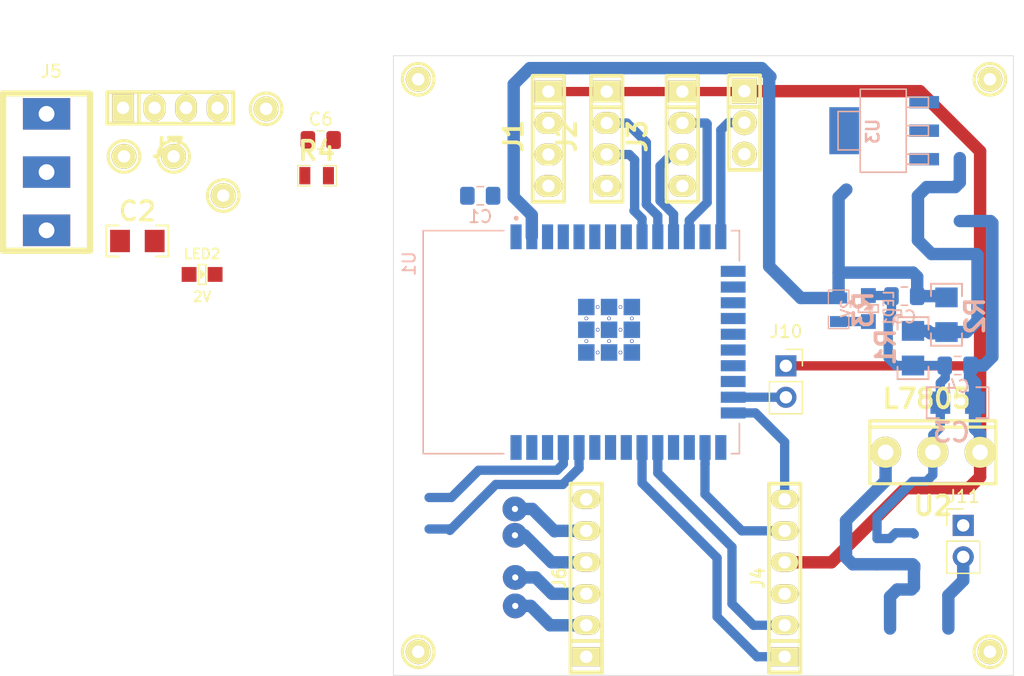
<source format=kicad_pcb>
(kicad_pcb (version 20211014) (generator pcbnew)
  (layers (0 "F.Cu" signal) (31 "B.Cu" signal) (34 "B.Paste" user) (35 "F.Paste" user) (36 "B.SilkS" user "B.Silkscreen") (37 "F.SilkS" user "F.Silkscreen") (38 "B.Mask" user) (39 "F.Mask" user) (44 "Edge.Cuts" user))
  (net 0 "")
  (net 1 "GND")
  (net 2 "+5V")
  (net 3 "/OUT1")
  (net 4 "/OUT2")
  (net 5 "/OUT3")
  (net 6 "/OUT4")
  (net 7 "Net-(U1-Pad3)")
  (net 8 "/Echo")
  (net 9 "/Trig2")
  (net 10 "/Echo2")
  (net 11 "/Trig3")
  (net 12 "/Echo3")
  (net 15 "Net-(LED1-Pad1)")
  (net 16 "/IN1")
  (net 17 "/IN2")
  (net 18 "/IN3")
  (net 19 "+7.5V")
  (net 20 "/OUT_IR1")
  (net 21 "+3V3")
  (net 25 "Net-(R1-Pad1)")
  (net 26 "/Trig1")
  (net 34 "/BOTON")
  (net 36 "/IN4")
  (net 43 "/TX")
  (net 44 "/RX")
  (net 47 "/VBAT")
  (net 48 "Net-(LED2-Pad1)")
  (footprint "EESTN5:R_0805" (layer "F.Cu") (at 133.80853 84.68003)
    (fp_text reference "R4" (at 0 -2) (layer "F.SilkS") (effects (font (size 1.5 1.5) (thickness 0.3))))
    (fp_text value "470" hide)
    (fp_line (start 1.5875 0.8255) (end 0.508 0.8255) (layer "F.SilkS") (width 0.09906))
    (fp_line (start 1.5875 -0.8255) (end 1.5875 0.8255) (layer "F.SilkS") (width 0.09906))
    (fp_line (start -1.524 -0.8255) (end -0.508 -0.8255) (layer "F.SilkS") (width 0.09906))
    (fp_line (start -0.508 0.8255) (end -1.524 0.8255) (layer "F.SilkS") (width 0.09906))
    (fp_line (start -1.524 0.8255) (end -1.524 -0.8255) (layer "F.SilkS") (width 0.09906))
    (fp_line (start 0.508 -0.8255) (end 1.5875 -0.8255) (layer "F.SilkS") (width 0.09906))
    (pad "1" smd rect locked (at -0.9525 0) (size 0.889 1.397) (layers "F.Cu" "F.Paste" "F.Mask") (net 48 "Net-(LED2-Pad1)"))
    (pad "2" smd rect locked (at 0.9525 0) (size 0.889 1.397) (layers "F.Cu" "F.Paste" "F.Mask") (net 2 "+5V"))
  )
  (footprint "EESTN5:SW_SPDT_TH_Vertical" (layer "F.Cu") (at 112.029 84.389)
    (fp_text reference "J5" (at 0.381 -8.128 180) (layer "F.SilkS"))
    (fp_text value "SWITCH" hide)
    (fp_line (start 3.5 -6.35) (end -3.5 -6.35) (layer "F.SilkS") (width 0.5))
    (fp_line (start -3.5 -6.35) (end -3.5 6.35) (layer "F.SilkS") (width 0.5))
    (fp_line (start -3.5 6.35) (end 3.5 6.35) (layer "F.SilkS") (width 0.508))
    (fp_line (start 3.5 -6.35) (end 3.5 6.35) (layer "F.SilkS") (width 0.508))
    (pad "1" thru_hole rect locked (at 0 -4.7) (size 3.81 2.54) (drill 1.27) (layers *.Cu *.Mask) (net 47 "/VBAT"))
    (pad "2" thru_hole rect locked (at 0 0) (size 3.81 2.54) (drill 1.27) (layers *.Cu *.Mask) (net 19 "+7.5V"))
    (pad "3" thru_hole rect locked (at 0 4.7) (size 3.81 2.54) (drill 1.27) (layers *.Cu *.Mask) (net 19 "+7.5V"))
  )
  (footprint "Connector_PinHeader_2.54mm:PinHeader_1x02_P2.54mm_Vertical" (layer "F.Cu") (at 185.95 112.9)
    (fp_text reference "J11" (at 0 -2.33) (layer "F.SilkS"))
    (fp_text value "Alimentacion")
    (fp_line (start -1.33 3.87) (end 1.33 3.87) (layer "F.SilkS") (width 0.12))
    (fp_line (start -1.33 0) (end -1.33 -1.33) (layer "F.SilkS") (width 0.12))
    (fp_line (start -1.33 1.27) (end -1.33 3.87) (layer "F.SilkS") (width 0.12))
    (fp_line (start 1.33 1.27) (end 1.33 3.87) (layer "F.SilkS") (width 0.12))
    (fp_line (start -1.33 1.27) (end 1.33 1.27) (layer "F.SilkS") (width 0.12))
    (fp_line (start -1.33 -1.33) (end 0 -1.33) (layer "F.SilkS") (width 0.12))
    (pad "1" thru_hole rect (at 0 0) (size 1.7 1.7) (drill 1) (layers *.Cu *.Mask) (net 1 "GND"))
    (pad "2" thru_hole oval (at 0 2.54) (size 1.7 1.7) (drill 1) (layers *.Cu *.Mask) (net 47 "/VBAT"))
  )
  (footprint "EESTN5:pad_2mm" (layer "F.Cu") (at 188.1 123.1)
    (fp_text reference "H3" hide)
    (fp_text value "Mounting_Hole" hide)
    (fp_circle (center 0 0) (end 1.27 -0.127) (layer "F.SilkS") (width 0.254) (fill none))
    (pad "1" thru_hole circle locked (at 0 0) (size 1.99898 1.99898) (drill 1.00076) (layers *.Cu *.Mask "F.SilkS"))
  )
  (footprint "EESTN5:Pin_Strip_3" (layer "F.Cu") (at 168.3 80.4 -90)
    (fp_text reference "J9" hide)
    (fp_text value "KY_032" hide)
    (fp_line (start -1.27 -1.27) (end -1.27 1.27) (layer "F.SilkS") (width 0.3048))
    (fp_line (start -3.81 -1.27) (end -3.81 1.27) (layer "F.SilkS") (width 0.3048))
    (fp_line (start 3.81 -1.27) (end 3.81 1.27) (layer "F.SilkS") (width 0.3048))
    (fp_line (start -3.81 -1.27) (end 3.81 -1.27) (layer "F.SilkS") (width 0.3048))
    (fp_line (start 3.81 1.27) (end -3.81 1.27) (layer "F.SilkS") (width 0.3048))
    (pad "1" thru_hole rect locked (at -2.54 0 270) (size 2 2) (drill 1) (layers *.Cu *.Mask "F.SilkS") (net 2 "+5V"))
    (pad "2" thru_hole oval locked (at 0 0 270) (size 2 2) (drill 1) (layers *.Cu *.Mask "F.SilkS") (net 20 "/OUT_IR1"))
    (pad "3" thru_hole oval locked (at 2.54 0 270) (size 2 2) (drill 1) (layers *.Cu *.Mask "F.SilkS") (net 1 "GND"))
  )
  (footprint "EESTN5:pad_1_5mm" (layer "F.Cu") (at 122.275 83.125)
    (fp_text reference "J8" hide)
    (fp_text value "Cable_PAD" hide)
    (fp_circle (center 0 0) (end 1.27 -0.127) (layer "F.SilkS") (width 0.254) (fill none))
    (pad "1" thru_hole circle locked (at 0 0) (size 1.99898 1.99898) (drill 1.00076) (layers *.Cu *.Mask "F.SilkS") (net 3 "/OUT1"))
  )
  (footprint "EESTN5:pad_1_5mm" (layer "F.Cu") (at 129.735 79.285)
    (fp_text reference "J12" hide)
    (fp_text value "Cable_PAD" hide)
    (fp_circle (center 0 0) (end 1.27 -0.127) (layer "F.SilkS") (width 0.254) (fill none))
    (pad "1" thru_hole circle locked (at 0 0) (size 1.99898 1.99898) (drill 1.00076) (layers *.Cu *.Mask "F.SilkS") (net 4 "/OUT2"))
  )
  (footprint "EESTN5:pad_1_5mm" (layer "F.Cu") (at 118.275 83.125)
    (fp_text reference "J13" hide)
    (fp_text value "Cable_PAD" hide)
    (fp_circle (center 0 0) (end 1.27 -0.127) (layer "F.SilkS") (width 0.254) (fill none))
    (pad "1" thru_hole circle locked (at 0 0) (size 1.99898 1.99898) (drill 1.00076) (layers *.Cu *.Mask "F.SilkS") (net 5 "/OUT3"))
  )
  (footprint "EESTN5:pad_2mm" (layer "F.Cu") (at 188.1 76.9)
    (fp_text reference "H4" hide)
    (fp_text value "Mounting_Hole" hide)
    (fp_circle (center 0 0) (end 1.27 -0.127) (layer "F.SilkS") (width 0.254) (fill none))
    (pad "1" thru_hole circle locked (at 0 0) (size 1.99898 1.99898) (drill 1.00076) (layers *.Cu *.Mask "F.SilkS"))
  )
  (footprint "EESTN5:Pin_Header_6" (layer "F.Cu") (at 155.55 117.15 90)
    (fp_text reference "J6" (at 0 -2.159 90) (layer "F.SilkS") (effects (font (size 1.016 1.016) (thickness 0.2032))))
    (fp_text value "Output of Drv8833" hide)
    (fp_line (start -7.62 1.27) (end -7.62 -1.27) (layer "F.SilkS") (width 0.3048))
    (fp_line (start -5.08 -1.27) (end -5.08 1.27) (layer "F.SilkS") (width 0.3048))
    (fp_line (start 7.62 -1.27) (end 7.62 1.27) (layer "F.SilkS") (width 0.3048))
    (fp_line (start 7.62 1.27) (end -7.62 1.27) (layer "F.SilkS") (width 0.3048))
    (fp_line (start -7.62 -1.27) (end 7.62 -1.27) (layer "F.SilkS") (width 0.3048))
    (pad "1" thru_hole rect locked (at -6.35 0 90) (size 1.524 2.19964) (drill 1.00076) (layers *.Cu *.Mask "F.SilkS"))
    (pad "2" thru_hole oval locked (at -3.81 0 90) (size 1.524 2.19964) (drill 1.00076) (layers *.Cu *.Mask "F.SilkS") (net 3 "/OUT1"))
    (pad "3" thru_hole oval locked (at -1.27 0 90) (size 1.524 2.19964) (drill 1.00076) (layers *.Cu *.Mask "F.SilkS") (net 4 "/OUT2"))
    (pad "4" thru_hole oval locked (at 1.27 0 90) (size 1.524 2.19964) (drill 1.00076) (layers *.Cu *.Mask "F.SilkS") (net 5 "/OUT3"))
    (pad "5" thru_hole oval locked (at 3.81 0 90) (size 1.524 2.19964) (drill 1.00076) (layers *.Cu *.Mask "F.SilkS") (net 6 "/OUT4"))
    (pad "6" thru_hole oval locked (at 6.35 0 90) (size 1.524 2.19964) (drill 1.00076) (layers *.Cu *.Mask "F.SilkS"))
  )
  (footprint "EESTN5:pin_strip_4" (layer "F.Cu") (at 122.0074 79.2074)
    (fp_text reference "J7" (at -0.2032 3.2258) (layer "F.SilkS") (effects (font (size 1.5 1.5) (thickness 0.3))))
    (fp_text value "Programador" hide)
    (fp_line (start -5.08 1.27) (end -5.08 -1.27) (layer "F.SilkS") (width 0.3048))
    (fp_line (start -2.54 -1.27) (end -2.54 1.27) (layer "F.SilkS") (width 0.3048))
    (fp_line (start 5.08 -1.27) (end 5.08 1.27) (layer "F.SilkS") (width 0.3048))
    (fp_line (start -5.08 -1.27) (end 5.08 -1.27) (layer "F.SilkS") (width 0.3048))
    (fp_line (start 5.08 1.27) (end -5.08 1.27) (layer "F.SilkS") (width 0.3048))
    (pad "1" thru_hole rect locked (at -3.81 0) (size 1.75 2.2) (drill 1.00076) (layers *.Cu *.Mask "F.SilkS") (net 2 "+5V"))
    (pad "2" thru_hole oval locked (at -1.27 0) (size 1.75 2.2) (drill 1.00076) (layers *.Cu *.Mask "F.SilkS") (net 43 "/TX"))
    (pad "3" thru_hole oval locked (at 1.27 0) (size 1.75 2.2) (drill 1.00076) (layers *.Cu *.Mask "F.SilkS") (net 44 "/RX"))
    (pad "4" thru_hole oval locked (at 3.81 0) (size 1.75 2.2) (drill 1.00076) (layers *.Cu *.Mask "F.SilkS") (net 1 "GND"))
  )
  (footprint "EESTN5:Pin_Header_6" (layer "F.Cu") (at 171.55 117.15 90)
    (fp_text reference "J4" (at 0 -2.159 90) (layer "F.SilkS") (effects (font (size 1.016 1.016) (thickness 0.2032))))
    (fp_text value "Input of Drv8833" hide)
    (fp_line (start 7.62 -1.27) (end 7.62 1.27) (layer "F.SilkS") (width 0.3048))
    (fp_line (start -5.08 -1.27) (end -5.08 1.27) (layer "F.SilkS") (width 0.3048))
    (fp_line (start -7.62 -1.27) (end 7.62 -1.27) (layer "F.SilkS") (width 0.3048))
    (fp_line (start 7.62 1.27) (end -7.62 1.27) (layer "F.SilkS") (width 0.3048))
    (fp_line (start -7.62 1.27) (end -7.62 -1.27) (layer "F.SilkS") (width 0.3048))
    (pad "1" thru_hole rect locked (at -6.35 0 90) (size 1.524 2.19964) (drill 1.00076) (layers *.Cu *.Mask "F.SilkS") (net 36 "/IN4"))
    (pad "2" thru_hole oval locked (at -3.81 0 90) (size 1.524 2.19964) (drill 1.00076) (layers *.Cu *.Mask "F.SilkS") (net 18 "/IN3"))
    (pad "3" thru_hole oval locked (at -1.27 0 90) (size 1.524 2.19964) (drill 1.00076) (layers *.Cu *.Mask "F.SilkS") (net 1 "GND"))
    (pad "4" thru_hole oval locked (at 1.27 0 90) (size 1.524 2.19964) (drill 1.00076) (layers *.Cu *.Mask "F.SilkS") (net 2 "+5V"))
    (pad "5" thru_hole oval locked (at 3.81 0 90) (size 1.524 2.19964) (drill 1.00076) (layers *.Cu *.Mask "F.SilkS") (net 17 "/IN2"))
    (pad "6" thru_hole oval locked (at 6.35 0 90) (size 1.524 2.19964) (drill 1.00076) (layers *.Cu *.Mask "F.SilkS") (net 16 "/IN1"))
  )
  (footprint "EESTN5:pin_strip_4" (layer "F.Cu") (at 157.2 81.7 -90)
    (fp_text reference "J2" (at -0.2032 3.2258 90) (layer "F.SilkS") (effects (font (size 1.5 1.5) (thickness 0.3))))
    (fp_text value "HC_SRO4" hide)
    (fp_line (start -5.08 -1.27) (end 5.08 -1.27) (layer "F.SilkS") (width 0.3048))
    (fp_line (start -2.54 -1.27) (end -2.54 1.27) (layer "F.SilkS") (width 0.3048))
    (fp_line (start 5.08 -1.27) (end 5.08 1.27) (layer "F.SilkS") (width 0.3048))
    (fp_line (start -5.08 1.27) (end -5.08 -1.27) (layer "F.SilkS") (width 0.3048))
    (fp_line (start 5.08 1.27) (end -5.08 1.27) (layer "F.SilkS") (width 0.3048))
    (pad "1" thru_hole rect locked (at -3.81 0 270) (size 1.75 2.2) (drill 1.00076) (layers *.Cu *.Mask "F.SilkS") (net 2 "+5V"))
    (pad "2" thru_hole oval locked (at -1.27 0 270) (size 1.75 2.2) (drill 1.00076) (layers *.Cu *.Mask "F.SilkS") (net 10 "/Echo2"))
    (pad "3" thru_hole oval locked (at 1.27 0 270) (size 1.75 2.2) (drill 1.00076) (layers *.Cu *.Mask "F.SilkS") (net 9 "/Trig2"))
    (pad "4" thru_hole oval locked (at 3.81 0 270) (size 1.75 2.2) (drill 1.00076) (layers *.Cu *.Mask "F.SilkS") (net 1 "GND"))
  )
  (footprint "Capacitor_SMD:C_0805_2012Metric_Pad1.18x1.45mm_HandSolder" (layer "F.Cu") (at 134.14 81.8)
    (fp_text reference "C6" (at 0 -1.68) (layer "F.SilkS"))
    (fp_text value "100nF")
    (fp_line (start -0.261252 -0.735) (end 0.261252 -0.735) (layer "F.SilkS") (width 0.12))
    (fp_line (start -0.261252 0.735) (end 0.261252 0.735) (layer "F.SilkS") (width 0.12))
    (pad "1" smd roundrect (at -1.0375 0) (size 1.175 1.45) (layers "F.Cu" "F.Paste" "F.Mask") (roundrect_rratio 0.212766) (net 19 "+7.5V"))
    (pad "2" smd roundrect (at 1.0375 0) (size 1.175 1.45) (layers "F.Cu" "F.Paste" "F.Mask") (roundrect_rratio 0.212766) (net 1 "GND"))
  )
  (footprint "EESTN5:to220" (layer "F.Cu") (at 183.5 107)
    (fp_text reference "U2" (at 0 4.318) (layer "F.SilkS") (effects (font (size 1.524 1.524) (thickness 0.3048))))
    (fp_text value "L7805" (at -0.5 -4.318) (layer "F.SilkS") (effects (font (size 1.524 1.524) (thickness 0.3048))))
    (fp_line (start 5.08 -2.54) (end -5.08 -2.54) (layer "F.SilkS") (width 0.254))
    (fp_line (start -5.08 2.54) (end 5.08 2.54) (layer "F.SilkS") (width 0.254))
    (fp_line (start -5.08 -2.032) (end 5.08 -2.032) (layer "F.SilkS") (width 0.254))
    (fp_line (start -5.08 -2.54) (end -5.08 -1.27) (layer "F.SilkS") (width 0.254))
    (fp_line (start -5.08 -1.27) (end -5.08 2.54) (layer "F.SilkS") (width 0.254))
    (fp_line (start 5.08 2.54) (end 5.08 -2.54) (layer "F.SilkS") (width 0.254))
    (pad "1" thru_hole circle locked (at -3.81 0) (size 2.49936 2.49936) (drill 1.24968) (layers *.Cu *.Mask "F.SilkS") (net 19 "+7.5V"))
    (pad "2" thru_hole circle locked (at 0 0) (size 2.49936 2.49936) (drill 1.24968) (layers *.Cu *.Mask "F.SilkS") (net 1 "GND"))
    (pad "3" thru_hole circle locked (at 3.81 0) (size 2.49936 2.49936) (drill 1.24968) (layers *.Cu *.Mask "F.SilkS") (net 2 "+5V"))
  )
  (footprint "EESTN5:Led_0805" (layer "F.Cu") (at 124.57346 92.6486)
    (fp_text reference "LED2" (at 0 -1.651) (layer "F.SilkS") (effects (font (size 0.8001 0.8001) (thickness 0.14986))))
    (fp_text value "2V" (at 0 1.80086) (layer "F.SilkS") (effects (font (size 0.8001 0.8001) (thickness 0.14986))))
    (fp_line (start 0.20066 0) (end -0.09906 -0.29972) (layer "F.SilkS") (width 0.127))
    (fp_line (start 0 -0.20066) (end 0 0.20066) (layer "F.SilkS") (width 0.127))
    (fp_line (start 0.3 0.8) (end -0.3 0.8) (layer "F.SilkS") (width 0.127))
    (fp_line (start -0.3 -0.8) (end 0.3 -0.8) (layer "F.SilkS") (width 0.127))
    (fp_line (start -0.29972 -0.8001) (end -0.29972 0.8001) (layer "F.SilkS") (width 0.127))
    (fp_line (start -0.09906 -0.29972) (end -0.09906 0.29972) (layer "F.SilkS") (width 0.127))
    (fp_line (start 0.29972 0.8001) (end 0.29972 -0.8001) (layer "F.SilkS") (width 0.127))
    (fp_line (start 0.09906 0.09906) (end 0.09906 -0.09906) (layer "F.SilkS") (width 0.127))
    (fp_line (start -0.09906 0.29972) (end 0.20066 0) (layer "F.SilkS") (width 0.127))
    (pad "1" smd rect locked (at -1.04902 0) (size 1.19888 1.19888) (layers "F.Cu" "F.Paste" "F.Mask") (net 48 "Net-(LED2-Pad1)"))
    (pad "2" smd rect locked (at 1.04902 0) (size 1.19888 1.19888) (layers "F.Cu" "F.Paste" "F.Mask") (net 1 "GND"))
  )
  (footprint "EESTN5:pin_strip_4" (layer "F.Cu") (at 152.5 81.7 -90)
    (fp_text reference "J1" (at -0.212702 2.8226 90) (layer "F.SilkS") (effects (font (size 1.5 1.5) (thickness 0.3))))
    (fp_text value "HC_SRO4" hide)
    (fp_line (start -5.08 1.27) (end -5.08 -1.27) (layer "F.SilkS") (width 0.3048))
    (fp_line (start -2.54 -1.27) (end -2.54 1.27) (layer "F.SilkS") (width 0.3048))
    (fp_line (start -5.08 -1.27) (end 5.08 -1.27) (layer "F.SilkS") (width 0.3048))
    (fp_line (start 5.08 1.27) (end -5.08 1.27) (layer "F.SilkS") (width 0.3048))
    (fp_line (start 5.08 -1.27) (end 5.08 1.27) (layer "F.SilkS") (width 0.3048))
    (pad "1" thru_hole rect locked (at -3.81 0 270) (size 1.75 2.2) (drill 1.00076) (layers *.Cu *.Mask "F.SilkS") (net 2 "+5V"))
    (pad "2" thru_hole oval locked (at -1.27 0 270) (size 1.75 2.2) (drill 1.00076) (layers *.Cu *.Mask "F.SilkS") (net 8 "/Echo"))
    (pad "3" thru_hole oval locked (at 1.27 0 270) (size 1.75 2.2) (drill 1.00076) (layers *.Cu *.Mask "F.SilkS") (net 26 "/Trig1"))
    (pad "4" thru_hole oval locked (at 3.81 0 270) (size 1.75 2.2) (drill 1.00076) (layers *.Cu *.Mask "F.SilkS") (net 1 "GND"))
  )
  (footprint "EESTN5:C_1206" (layer "F.Cu") (at 119.35 89.95)
    (fp_text reference "C2" (at 0 -2.4) (layer "F.SilkS") (effects (font (size 1.524 1.524) (thickness 0.254))))
    (fp_text value "220uF" hide)
    (fp_line (start 2.5 1.25) (end 2.5 -1.25) (layer "F.SilkS") (width 0.127))
    (fp_line (start -1.5 -1.25) (end -2.5 -1.25) (layer "F.SilkS") (width 0.15))
    (fp_line (start -2.5 -1.25) (end -2.5 1.25) (layer "F.SilkS") (width 0.127))
    (fp_line (start 1.5 1.25) (end 2.5 1.25) (layer "F.SilkS") (width 0.15))
    (fp_line (start -1.5 1.25) (end -2.5 1.25) (layer "F.SilkS") (width 0.15))
    (fp_line (start 1.5 -1.25) (end 2.5 -1.25) (layer "F.SilkS") (width 0.15))
    (pad "1" smd rect locked (at 1.397 0) (size 1.6002 1.8034) (layers "F.Cu" "F.Paste" "F.Mask") (net 19 "+7.5V"))
    (pad "2" smd rect locked (at -1.397 0) (size 1.6002 1.8034) (layers "F.Cu" "F.Paste" "F.Mask") (net 1 "GND"))
  )
  (footprint "EESTN5:pad_2mm" (layer "F.Cu") (at 142 123.1)
    (fp_text reference "H2" hide)
    (fp_text value "Mounting_Hole" hide)
    (fp_circle (center 0 0) (end 1.27 -0.127) (layer "F.SilkS") (width 0.254) (fill none))
    (pad "1" thru_hole circle locked (at 0 0) (size 1.99898 1.99898) (drill 1.00076) (layers *.Cu *.Mask "F.SilkS"))
  )
  (footprint "EESTN5:pin_strip_4" (layer "F.Cu") (at 163.3 81.7 -90)
    (fp_text reference "J3" (at -0.2032 3.6258 90) (layer "F.SilkS") (effects (font (size 1.5 1.5) (thickness 0.3))))
    (fp_text value "HC_SRO4" hide)
    (fp_line (start -5.08 -1.27) (end 5.08 -1.27) (layer "F.SilkS") (width 0.3048))
    (fp_line (start -5.08 1.27) (end -5.08 -1.27) (layer "F.SilkS") (width 0.3048))
    (fp_line (start 5.08 -1.27) (end 5.08 1.27) (layer "F.SilkS") (width 0.3048))
    (fp_line (start -2.54 -1.27) (end -2.54 1.27) (layer "F.SilkS") (width 0.3048))
    (fp_line (start 5.08 1.27) (end -5.08 1.27) (layer "F.SilkS") (width 0.3048))
    (pad "1" thru_hole rect locked (at -3.81 0 270) (size 1.75 2.2) (drill 1.00076) (layers *.Cu *.Mask "F.SilkS") (net 2 "+5V"))
    (pad "2" thru_hole oval locked (at -1.27 0 270) (size 1.75 2.2) (drill 1.00076) (layers *.Cu *.Mask "F.SilkS") (net 12 "/Echo3"))
    (pad "3" thru_hole oval locked (at 1.27 0 270) (size 1.75 2.2) (drill 1.00076) (layers *.Cu *.Mask "F.SilkS") (net 11 "/Trig3"))
    (pad "4" thru_hole oval locked (at 3.81 0 270) (size 1.75 2.2) (drill 1.00076) (layers *.Cu *.Mask "F.SilkS") (net 1 "GND"))
  )
  (footprint "EESTN5:pad_2mm" (layer "F.Cu") (at 142 76.9)
    (fp_text reference "H1" hide)
    (fp_text value "Mounting_Hole" hide)
    (fp_circle (center 0 0) (end 1.27 -0.127) (layer "F.SilkS") (width 0.254) (fill none))
    (pad "1" thru_hole circle locked (at 0 0) (size 1.99898 1.99898) (drill 1.00076) (layers *.Cu *.Mask "F.SilkS"))
  )
  (footprint "Connector_PinSocket_2.54mm:PinSocket_1x02_P2.54mm_Vertical" (layer "F.Cu") (at 171.65 100.025)
    (fp_text reference "J10" (at 0 -2.77) (layer "F.SilkS"))
    (fp_text value "BOTON")
    (fp_line (start 0 -1.33) (end 1.33 -1.33) (layer "F.SilkS") (width 0.12))
    (fp_line (start -1.33 1.27) (end -1.33 3.87) (layer "F.SilkS") (width 0.12))
    (fp_line (start 1.33 1.27) (end 1.33 3.87) (layer "F.SilkS") (width 0.12))
    (fp_line (start -1.33 1.27) (end 1.33 1.27) (layer "F.SilkS") (width 0.12))
    (fp_line (start 1.33 -1.33) (end 1.33 0) (layer "F.SilkS") (width 0.12))
    (fp_line (start -1.33 3.87) (end 1.33 3.87) (layer "F.SilkS") (width 0.12))
    (pad "1" thru_hole rect (at 0 0) (size 1.7 1.7) (drill 1) (layers *.Cu *.Mask) (net 2 "+5V"))
    (pad "2" thru_hole oval (at 0 2.54) (size 1.7 1.7) (drill 1) (layers *.Cu *.Mask) (net 34 "/BOTON"))
  )
  (footprint "EESTN5:pad_1_5mm" (layer "F.Cu") (at 126.275 86.285)
    (fp_text reference "J14" hide)
    (fp_text value "Cable_PAD" hide)
    (fp_circle (center 0 0) (end 1.27 -0.127) (layer "F.SilkS") (width 0.254) (fill none))
    (pad "1" thru_hole circle locked (at 0 0) (size 1.99898 1.99898) (drill 1.00076) (layers *.Cu *.Mask "F.SilkS") (net 6 "/OUT4"))
  )
  (footprint "Chip:MODULE_ESP32-WROOM-32" (layer "B.Cu") (at 155.15 98.1125 -90)
    (fp_text reference "U1" (at -6.325 13.885 90) (layer "B.SilkS") (effects (justify mirror)))
    (fp_text value "ESP32-WROOM-32")
    (fp_line (start -9 6.25) (end -9 12.75) (layer "B.SilkS") (width 0.127))
    (fp_line (start 6.55 -12.75) (end 9 -12.75) (layer "B.SilkS") (width 0.127))
    (fp_line (start 9 -12.75) (end 9 -12.1) (layer "B.SilkS") (width 0.127))
    (fp_line (start -9 12.75) (end 9 12.75) (layer "B.SilkS") (width 0.127))
    (fp_line (start -9 -12.1) (end -9 -12.75) (layer "B.SilkS") (width 0.127))
    (fp_line (start 9 12.75) (end 9 6.25) (layer "B.SilkS") (width 0.127))
    (fp_line (start -9 -12.75) (end -6.55 -12.75) (layer "B.SilkS") (width 0.127))
    (fp_circle (center -10 5.25) (end -9.9 5.25) (layer "B.SilkS") (width 0.2) (fill none))
    (pad "1" smd rect locked (at -8.5 5.26 270) (size 2 0.9) (layers "B.Cu" "B.Paste" "B.Mask") (net 1 "GND"))
    (pad "2" smd rect locked (at -8.5 3.99 270) (size 2 0.9) (layers "B.Cu" "B.Paste" "B.Mask") (net 21 "+3V3"))
    (pad "3" smd rect locked (at -8.5 2.72 270) (size 2 0.9) (layers "B.Cu" "B.Paste" "B.Mask") (net 7 "Net-(U1-Pad3)"))
    (pad "4" smd rect locked (at -8.5 1.45 270) (size 2 0.9) (layers "B.Cu" "B.Paste" "B.Mask"))
    (pad "5" smd rect locked (at -8.5 0.18 270) (size 2 0.9) (layers "B.Cu" "B.Paste" "B.Mask"))
    (pad "6" smd rect locked (at -8.5 -1.09 270) (size 2 0.9) (layers "B.Cu" "B.Paste" "B.Mask") (net 8 "/Echo"))
    (pad "7" smd rect locked (at -8.5 -2.36 270) (size 2 0.9) (layers "B.Cu" "B.Paste" "B.Mask"))
    (pad "8" smd rect locked (at -8.5 -3.63 270) (size 2 0.9) (layers "B.Cu" "B.Paste" "B.Mask") (net 26 "/Trig1"))
    (pad "9" smd rect locked (at -8.5 -4.9 270) (size 2 0.9) (layers "B.Cu" "B.Paste" "B.Mask") (net 9 "/Trig2"))
    (pad "10" smd rect locked (at -8.5 -6.17 270) (size 2 0.9) (layers "B.Cu" "B.Paste" "B.Mask") (net 10 "/Echo2"))
    (pad "11" smd rect locked (at -8.5 -7.44 270) (size 2 0.9) (layers "B.Cu" "B.Paste" "B.Mask") (net 11 "/Trig3"))
    (pad "12" smd rect locked (at -8.5 -8.71 270) (size 2 0.9) (layers "B.Cu" "B.Paste" "B.Mask") (net 12 "/Echo3"))
    (pad "13" smd rect locked (at -8.5 -9.98 270) (size 2 0.9) (layers "B.Cu" "B.Paste" "B.Mask"))
    (pad "14" smd rect locked (at -8.5 -11.25 270) (size 2 0.9) (layers "B.Cu" "B.Paste" "B.Mask") (net 20 "/OUT_IR1"))
    (pad "15" smd rect locked (at -5.715 -12.25 270) (size 0.9 2) (layers "B.Cu" "B.Paste" "B.Mask") (net 1 "GND"))
    (pad "16" smd rect locked (at -4.445 -12.25 270) (size 0.9 2) (layers "B.Cu" "B.Paste" "B.Mask"))
    (pad "17" smd rect locked (at -3.175 -12.25 270) (size 0.9 2) (layers "B.Cu" "B.Paste" "B.Mask"))
    (pad "18" smd rect locked (at -1.905 -12.25 270) (size 0.9 2) (layers "B.Cu" "B.Paste" "B.Mask"))
    (pad "19" smd rect locked (at -0.635 -12.25 270) (size 0.9 2) (layers "B.Cu" "B.Paste" "B.Mask"))
    (pad "20" smd rect locked (at 0.635 -12.25 270) (size 0.9 2) (layers "B.Cu" "B.Paste" "B.Mask"))
    (pad "21" smd rect locked (at 1.905 -12.25 270) (size 0.9 2) (layers "B.Cu" "B.Paste" "B.Mask"))
    (pad "22" smd rect locked (at 3.175 -12.25 270) (size 0.9 2) (layers "B.Cu" "B.Paste" "B.Mask"))
    (pad "23" smd rect locked (at 4.445 -12.25 270) (size 0.9 2) (layers "B.Cu" "B.Paste" "B.Mask") (net 34 "/BOTON"))
    (pad "24" smd rect locked (at 5.715 -12.25 270) (size 0.9 2) (layers "B.Cu" "B.Paste" "B.Mask") (net 16 "/IN1"))
    (pad "25" smd rect locked (at 8.5 -11.25 270) (size 2 0.9) (layers "B.Cu" "B.Paste" "B.Mask"))
    (pad "26" smd rect locked (at 8.5 -9.98 270) (size 2 0.9) (layers "B.Cu" "B.Paste" "B.Mask") (net 17 "/IN2"))
    (pad "27" smd rect locked (at 8.5 -8.71 270) (size 2 0.9) (layers "B.Cu" "B.Paste" "B.Mask"))
    (pad "28" smd rect locked (at 8.5 -7.44 270) (size 2 0.9) (layers "B.Cu" "B.Paste" "B.Mask"))
    (pad "29" smd rect locked (at 8.5 -6.17 270) (size 2 0.9) (layers "B.Cu" "B.Paste" "B.Mask") (net 18 "/IN3"))
    (pad "30" smd rect locked (at 8.5 -4.9 270) (size 2 0.9) (layers "B.Cu" "B.Paste" "B.Mask") (net 36 "/IN4"))
    (pad "31" smd rect locked (at 8.5 -3.63 270) (size 2 0.9) (layers "B.Cu" "B.Paste" "B.Mask"))
    (pad "32" smd rect locked (at 8.5 -2.36 270) (size 2 0.9) (layers "B.Cu" "B.Paste" "B.Mask"))
    (pad "33" smd rect locked (at 8.5 -1.09 270) (size 2 0.9) (layers "B.Cu" "B.Paste" "B.Mask"))
    (pad "34" smd rect locked (at 8.5 0.18 270) (size 2 0.9) (layers "B.Cu" "B.Paste" "B.Mask") (net 44 "/RX"))
    (pad "35" smd rect locked (at 8.5 1.45 270) (size 2 0.9) (layers "B.Cu" "B.Paste" "B.Mask") (net 43 "/TX"))
    (pad "36" smd rect locked (at 8.5 2.72 270) (size 2 0.9) (layers "B.Cu" "B.Paste" "B.Mask"))
    (pad "37" smd rect locked (at 8.5 3.99 270) (size 2 0.9) (layers "B.Cu" "B.Paste" "B.Mask"))
    (pad "38" smd rect locked (at 8.5 5.26 270) (size 2 0.9) (layers "B.Cu" "B.Paste" "B.Mask") (net 1 "GND"))
    (pad "39_1" smd rect locked (at -2.835 -0.405 270) (size 1.33 1.33) (layers "B.Cu" "B.Paste" "B.Mask") (net 1 "GND"))
    (pad "39_2" smd rect locked (at -1 -0.405 270) (size 1.33 1.33) (layers "B.Cu" "B.Paste" "B.Mask") (net 1 "GND"))
    (pad "39_3" smd rect locked (at 0.835 -0.405 270) (size 1.33 1.33) (layers "B.Cu" "B.Paste" "B.Mask") (net 1 "GND"))
    (pad "39_4" smd rect locked (at -2.835 -2.24 270) (size 1.33 1.33) (layers "B.Cu" "B.Paste" "B.Mask") (net 1 "GND"))
    (pad "39_5" smd rect locked (at -1 -2.24 270) (size 1.33 1.33) (layers "B.Cu" "B.Paste" "B.Mask") (net 1 "GND"))
    (pad "39_6" smd rect locked (at 0.835 -2.24 270) (size 1.33 1.33) (layers "B.Cu" "B.Paste" "B.Mask") (net 1 "GND"))
    (pad "39_7" smd rect locked (at -2.835 -4.075 270) (size 1.33 1.33) (layers "B.Cu" "B.Paste" "B.Mask") (net 1 "GND"))
    (pad "39_8" smd rect locked (at -1 -4.075 270) (size 1.33 1.33) (layers "B.Cu" "B.Paste" "B.Mask") (net 1 "GND"))
    (pad "39_9" smd rect locked (at 0.835 -4.075 270) (size 1.33 1.33) (layers "B.Cu" "B.Paste" "B.Mask") (net 1 "GND"))
    (pad "39_10" thru_hole circle locked (at -1.9175 -0.405 270) (size 0.3 0.3) (drill 0.2) (layers *.Cu *.Mask) (net 1 "GND"))
    (pad "39_11" thru_hole circle locked (at -0.0825 -0.405 270) (size 0.3 0.3) (drill 0.2) (layers *.Cu *.Mask) (net 1 "GND"))
    (pad "39_12" thru_hole circle locked (at -2.835 -1.3225 270) (size 0.3 0.3) (drill 0.2) (layers *.Cu *.Mask) (net 1 "GND"))
    (pad "39_13" thru_hole circle locked (at -1 -1.3225 270) (size 0.3 0.3) (drill 0.2) (layers *.Cu *.Mask) (net 1 "GND"))
    (pad "39_14" thru_hole circle locked (at 0.835 -1.3225 270) (size 0.3 0.3) (drill 0.2) (layers *.Cu *.Mask) (net 1 "GND"))
    (pad "39_15" thru_hole circle locked (at -1.9175 -2.24 270) (size 0.3 0.3) (drill 0.2) (layers *.Cu *.Mask) (net 1 "GND"))
    (pad "39_16" thru_hole circle locked (at -0.0825 -2.24 270) (size 0.3 0.3) (drill 0.2) (layers *.Cu *.Mask) (net 1 "GND"))
    (pad "39_17" thru_hole circle locked (at -2.835 -3.1575 270) (size 0.3 0.3) (drill 0.2) (layers *.Cu *.Mask) (net 1 "GND"))
    (pad "39_18" thru_hole circle locked (at -1 -3.1575 270) (size 0.3 0.3) (drill 0.2) (layers *.Cu *.Mask) (net 1 "GND"))
    (pad "39_19" thru_hole circle locked (at 0.835 -3.1575 270) (size 0.3 0.3) (drill 0.2) (layers *.Cu *.Mask) (net 1 "GND"))
    (pad "39_20" thru_hole circle locked (at -1.9175 -4.075 270) (size 0.3 0.3) (drill 0.2) (layers *.Cu *.Mask) (net 1 "GND"))
    (pad "39_21" thru_hole circle locked (at -0.0825 -4.075 270) (size 0.3 0.3) (drill 0.2) (layers *.Cu *.Mask) (net 1 "GND"))
  )
  (footprint "EESTN5:SOT223" (layer "B.Cu") (at 179.5 81.05 -90)
    (fp_text reference "U3" (at 0.0508 0.8382 90) (layer "B.SilkS") (effects (font (size 1.00076 1.00076) (thickness 0.20066)) (justify mirror)))
    (fp_text value "LM317_TO-263" hide)
    (fp_line (start 1.8923 -3.6449) (end 2.7051 -3.6449) (layer "B.SilkS") (width 0.127))
    (fp_line (start -2.7051 -3.6449) (end -2.7051 -1.8542) (layer "B.SilkS") (width 0.127))
    (fp_line (start -0.4064 -3.6449) (end 0.4064 -3.6449) (layer "B.SilkS") (width 0.127))
    (fp_line (start 3.3528 1.8542) (end 3.3528 -1.8542) (layer "B.SilkS") (width 0.127))
    (fp_line (start -2.7051 -3.6449) (end -1.8923 -3.6449) (layer "B.SilkS") (width 0.127))
    (fp_line (start -0.4064 -3.6449) (end -0.4064 -1.8542) (layer "B.SilkS") (width 0.127))
    (fp_line (start 1.5494 3.6449) (end 1.5494 1.8542) (layer "B.SilkS") (width 0.127))
    (fp_line (start -1.8923 -3.6449) (end -1.8923 -1.8542) (layer "B.SilkS") (width 0.127))
    (fp_line (start -1.5494 3.6449) (end 1.5494 3.6449) (layer "B.SilkS") (width 0.127))
    (fp_line (start -3.3528 -1.8542) (end -3.3528 1.8542) (layer "B.SilkS") (width 0.127))
    (fp_line (start 2.7051 -3.6449) (end 2.7051 -1.8542) (layer "B.SilkS") (width 0.127))
    (fp_line (start 1.8923 -3.6449) (end 1.8923 -1.8542) (layer "B.SilkS") (width 0.127))
    (fp_line (start 0.4064 -3.6449) (end 0.4064 -1.8542) (layer "B.SilkS") (width 0.127))
    (fp_line (start 3.3528 -1.8542) (end -3.3528 -1.8542) (layer "B.SilkS") (width 0.127))
    (fp_line (start -1.5494 3.6449) (end -1.5494 1.8542) (layer "B.SilkS") (width 0.127))
    (fp_line (start -3.3528 1.8542) (end 3.3528 1.8542) (layer "B.SilkS") (width 0.127))
    (pad "1" smd rect locked (at -2.3 -3.3 270) (size 1 2.4) (layers "B.Cu" "B.Paste" "B.Mask") (net 25 "Net-(R1-Pad1)"))
    (pad "2" smd rect locked (at 0 -3.3 270) (size 1 2.4) (layers "B.Cu" "B.Paste" "B.Mask") (net 21 "+3V3"))
    (pad "3" smd rect locked (at 2.3 -3.3 270) (size 1 2.4) (layers "B.Cu" "B.Paste" "B.Mask") (net 2 "+5V"))
    (pad "4" smd rect locked (at 0 3.15 270) (size 3.8 2.4) (layers "B.Cu" "B.Paste" "B.Mask"))
  )
  (footprint "EESTN5:R_0805" (layer "B.Cu") (at 175.9 95.5 90)
    (fp_text reference "R3" (at 0 2 90) (layer "B.SilkS") (effects (font (size 1.5 1.5) (thickness 0.3)) (justify mirror)))
    (fp_text value "330" hide)
    (fp_line (start 0.508 0.8255) (end 1.5875 0.8255) (layer "B.SilkS") (width 0.09906))
    (fp_line (start -1.524 0.8255) (end -0.508 0.8255) (layer "B.SilkS") (width 0.09906))
    (fp_line (start 1.5875 0.8255) (end 1.5875 -0.8255) (layer "B.SilkS") (width 0.09906))
    (fp_line (start -0.508 -0.8255) (end -1.524 -0.8255) (layer "B.SilkS") (width 0.09906))
    (fp_line (start 1.5875 -0.8255) (end 0.508 -0.8255) (layer "B.SilkS") (width 0.09906))
    (fp_line (start -1.524 -0.8255) (end -1.524 0.8255) (layer "B.SilkS") (width 0.09906))
    (pad "1" smd rect locked (at -0.9525 0 90) (size 0.889 1.397) (layers "B.Cu" "B.Paste" "B.Mask") (net 15 "Net-(LED1-Pad1)"))
    (pad "2" smd rect locked (at 0.9525 0 90) (size 0.889 1.397) (layers "B.Cu" "B.Paste" "B.Mask") (net 21 "+3V3"))
  )
  (footprint "EESTN5:R_1206" (layer "B.Cu") (at 181.9 98.6 90)
    (fp_text reference "R1" (at 0.1 -2.2 90) (layer "B.SilkS") (effects (font (size 1.5 1.5) (thickness 0.3)) (justify mirror)))
    (fp_text value "R" hide)
    (fp_line (start -2.5 -1.25) (end -1.5 -1.25) (layer "B.SilkS") (width 0.15))
    (fp_line (start -2.5 1.25) (end -2.5 -1.25) (layer "B.SilkS") (width 0.15))
    (fp_line (start -1.5 1.25) (end -2.5 1.25) (layer "B.SilkS") (width 0.15))
    (fp_line (start 2.5 -1.25) (end 2.5 1.25) (layer "B.SilkS") (width 0.15))
    (fp_line (start 1.5 1.25) (end 2.5 1.25) (layer "B.SilkS") (width 0.15))
    (fp_line (start 1.5 -1.25) (end 2.5 -1.25) (layer "B.SilkS") (width 0.15))
    (pad "1" smd rect locked (at 1.397 0 90) (size 1.6002 1.8034) (layers "B.Cu" "B.Paste" "B.Mask") (net 25 "Net-(R1-Pad1)"))
    (pad "2" smd rect locked (at -1.397 0 90) (size 1.6002 1.8034) (layers "B.Cu" "B.Paste" "B.Mask") (net 1 "GND"))
  )
  (footprint "EESTN5:R_1206" (layer "B.Cu") (at 184.6 95.9 -90)
    (fp_text reference "R2" (at 0.1 -2.3 90) (layer "B.SilkS") (effects (font (size 1.5 1.5) (thickness 0.3)) (justify mirror)))
    (fp_text value "R" hide)
    (fp_line (start 2.5 -1.25) (end 2.5 1.25) (layer "B.SilkS") (width 0.15))
    (fp_line (start -2.5 -1.25) (end -1.5 -1.25) (layer "B.SilkS") (width 0.15))
    (fp_line (start 1.5 -1.25) (end 2.5 -1.25) (layer "B.SilkS") (width 0.15))
    (fp_line (start -1.5 1.25) (end -2.5 1.25) (layer "B.SilkS") (width 0.15))
    (fp_line (start -2.5 1.25) (end -2.5 -1.25) (layer "B.SilkS") (width 0.15))
    (fp_line (start 1.5 1.25) (end 2.5 1.25) (layer "B.SilkS") (width 0.15))
    (pad "1" smd rect locked (at 1.397 0 270) (size 1.6002 1.8034) (layers "B.Cu" "B.Paste" "B.Mask") (net 25 "Net-(R1-Pad1)"))
    (pad "2" smd rect locked (at -1.397 0 270) (size 1.6002 1.8034) (layers "B.Cu" "B.Paste" "B.Mask") (net 21 "+3V3"))
  )
  (footprint "Capacitor_SMD:C_0805_2012Metric_Pad1.18x1.45mm_HandSolder" (layer "B.Cu") (at 185.5 100)
    (fp_text reference "C4" (at 0 1.68) (layer "B.SilkS") (effects (justify mirror)))
    (fp_text value "100nF")
    (fp_line (start -0.261252 -0.735) (end 0.261252 -0.735) (layer "B.SilkS") (width 0.12))
    (fp_line (start -0.261252 0.735) (end 0.261252 0.735) (layer "B.SilkS") (width 0.12))
    (pad "1" smd roundrect (at -1.0375 0) (size 1.175 1.45) (layers "B.Cu" "B.Paste" "B.Mask") (roundrect_rratio 0.212766) (net 1 "GND"))
    (pad "2" smd roundrect (at 1.0375 0) (size 1.175 1.45) (layers "B.Cu" "B.Paste" "B.Mask") (roundrect_rratio 0.212766) (net 2 "+5V"))
  )
  (footprint "Capacitor_SMD:C_0805_2012Metric_Pad1.18x1.45mm_HandSolder" (layer "B.Cu") (at 181.2 94.4)
    (fp_text reference "C5" (at 0 1.68) (layer "B.SilkS") (effects (justify mirror)))
    (fp_text value "100nF")
    (fp_line (start -0.261252 0.735) (end 0.261252 0.735) (layer "B.SilkS") (width 0.12))
    (fp_line (start -0.261252 -0.735) (end 0.261252 -0.735) (layer "B.SilkS") (width 0.12))
    (pad "1" smd roundrect (at -1.0375 0) (size 1.175 1.45) (layers "B.Cu" "B.Paste" "B.Mask") (roundrect_rratio 0.212766) (net 1 "GND"))
    (pad "2" smd roundrect (at 1.0375 0) (size 1.175 1.45) (layers "B.Cu" "B.Paste" "B.Mask") (roundrect_rratio 0.212766) (net 21 "+3V3"))
  )
  (footprint "EESTN5:C_1206" (layer "B.Cu") (at 185.5 103)
    (fp_text reference "C3" (at -0.5 2.4) (layer "B.SilkS") (effects (font (size 1.524 1.524) (thickness 0.254)) (justify mirror)))
    (fp_text value "220uF" hide)
    (fp_line (start 2.5 -1.25) (end 2.5 1.25) (layer "B.SilkS") (width 0.127))
    (fp_line (start 1.5 1.25) (end 2.5 1.25) (layer "B.SilkS") (width 0.15))
    (fp_line (start -2.5 1.25) (end -2.5 -1.25) (layer "B.SilkS") (width 0.127))
    (fp_line (start 1.5 -1.25) (end 2.5 -1.25) (layer "B.SilkS") (width 0.15))
    (fp_line (start -1.5 1.25) (end -2.5 1.25) (layer "B.SilkS") (width 0.15))
    (fp_line (start -1.5 -1.25) (end -2.5 -1.25) (layer "B.SilkS") (width 0.15))
    (pad "1" smd rect locked (at 1.397 0) (size 1.6002 1.8034) (layers "B.Cu" "B.Paste" "B.Mask") (net 2 "+5V"))
    (pad "2" smd rect locked (at -1.397 0) (size 1.6002 1.8034) (layers "B.Cu" "B.Paste" "B.Mask") (net 1 "GND"))
  )
  (footprint "EESTN5:Led_0805" (layer "B.Cu") (at 178.3 95.4 90)
    (fp_text reference "LED1" (at 0 1.651 90) (layer "B.SilkS") (effects (font (size 0.8001 0.8001) (thickness 0.14986)) (justify mirror)))
    (fp_text value "2V" (at 0 -1.80086 90) (layer "B.SilkS") (effects (font (size 0.8001 0.8001) (thickness 0.14986)) (justify mirror)))
    (fp_line (start -0.09906 0.29972) (end -0.09906 -0.29972) (layer "B.SilkS") (width 0.127))
    (fp_line (start 0.09906 -0.09906) (end 0.09906 0.09906) (layer "B.SilkS") (width 0.127))
    (fp_line (start 0 0.20066) (end 0 -0.20066) (layer "B.SilkS") (width 0.127))
    (fp_line (start 0.29972 -0.8001) (end 0.29972 0.8001) (layer "B.SilkS") (width 0.127))
    (fp_line (start -0.09906 -0.29972) (end 0.20066 0) (layer "B.SilkS") (width 0.127))
    (fp_line (start -0.29972 0.8001) (end -0.29972 -0.8001) (layer "B.SilkS") (width 0.127))
    (fp_line (start 0.3 -0.8) (end -0.3 -0.8) (layer "B.SilkS") (width 0.127))
    (fp_line (start 0.20066 0) (end -0.09906 0.29972) (layer "B.SilkS") (width 0.127))
    (fp_line (start -0.3 0.8) (end 0.3 0.8) (layer "B.SilkS") (width 0.127))
    (pad "1" smd rect locked (at -1.04902 0 90) (size 1.19888 1.19888) (layers "B.Cu" "B.Paste" "B.Mask") (net 15 "Net-(LED1-Pad1)"))
    (pad "2" smd rect locked (at 1.04902 0 90) (size 1.19888 1.19888) (layers "B.Cu" "B.Paste" "B.Mask") (net 1 "GND"))
  )
  (footprint "Capacitor_SMD:C_0805_2012Metric_Pad1.18x1.45mm_HandSolder" (layer "B.Cu") (at 147 86.3)
    (fp_text reference "C1" (at 0 1.68) (layer "B.SilkS") (effects (justify mirror)))
    (fp_text value "1uF")
    (fp_line (start -0.261252 -0.735) (end 0.261252 -0.735) (layer "B.SilkS") (width 0.12))
    (fp_line (start -0.261252 0.735) (end 0.261252 0.735) (layer "B.SilkS") (width 0.12))
    (pad "1" smd roundrect (at -1.0375 0) (size 1.175 1.45) (layers "B.Cu" "B.Paste" "B.Mask") (roundrect_rratio 0.212766) (net 7 "Net-(U1-Pad3)"))
    (pad "2" smd roundrect (at 1.0375 0) (size 1.175 1.45) (layers "B.Cu" "B.Paste" "B.Mask") (roundrect_rratio 0.212766) (net 1 "GND"))
  )
  (gr_line (start 140 75) (end 190 75) (layer "Edge.Cuts") (width 0.05))
  (gr_line (start 190 125) (end 140 125) (layer "Edge.Cuts") (width 0.05))
  (gr_line (start 140 125) (end 140 75) (layer "Edge.Cuts") (width 0.05))
  (gr_line (start 190 75) (end 190 125) (layer "Edge.Cuts") (width 0.05))
  (segment (start 180.497 99.997) (end 181.9 99.997) (width 0.75) (layer "B.Cu") (net 1))
  (segment (start 184.103 101.397) (end 184.5 101) (width 0.75) (layer "B.Cu") (net 1))
  (segment (start 180.1625 95.7375) (end 179.9 96) (width 0.75) (layer "B.Cu") (net 1))
  (segment (start 181.875 109.35) (end 182.975 109.35) (width 0.75) (layer "B.Cu") (net 1))
  (segment (start 179 113.9625) (end 179 112.225) (width 0.75) (layer "B.Cu") (net 1))
  (segment (start 181.9 99.997) (end 184.4595 99.997) (width 0.75) (layer "B.Cu") (net 1))
  (segment (start 179.9 99.4) (end 180.497 99.997) (width 0.75) (layer "B.Cu") (net 1))
  (segment (start 180.5 113.5) (end 181.897 113.5) (width 0.75) (layer "B.Cu") (net 1))
  (segment (start 180.0375 113.9625) (end 180.5 113.5) (width 0.75) (layer "B.Cu") (net 1))
  (segment (start 182.975 109.35) (end 183.5 108.825) (width 0.75) (layer "B.Cu") (net 1))
  (segment (start 181.897 113.5) (end 182 113.603) (width 0.75) (layer "B.Cu") (net 1))
  (segment (start 178.3 94.35098) (end 180.11348 94.35098) (width 0.75) (layer "B.Cu") (net 1))
  (segment (start 179.9 96) (end 179.9 97.9) (width 0.75) (layer "B.Cu") (net 1))
  (segment (start 180.1625 94.4) (end 180.1625 95.7375) (width 0.75) (layer "B.Cu") (net 1))
  (segment (start 184.5 100.0375) (end 184.4625 100) (width 0.75) (layer "B.Cu") (net 1))
  (segment (start 180.11348 94.35098) (end 180.1625 94.4) (width 0.75) (layer "B.Cu") (net 1))
  (segment (start 179 113.9625) (end 180.0375 113.9625) (width 0.75) (layer "B.Cu") (net 1))
  (segment (start 179.9 97.9) (end 179.9 99.4) (width 0.75) (layer "B.Cu") (net 1))
  (segment (start 184.5 101) (end 184.5 100.0375) (width 0.75) (layer "B.Cu") (net 1))
  (segment (start 183.5 105.6) (end 184.103 104.997) (width 0.75) (layer "B.Cu") (net 1))
  (segment (start 183.5 108.825) (end 183.5 107) (width 0.75) (layer "B.Cu") (net 1))
  (segment (start 184.4595 99.997) (end 184.4625 100) (width 0.75) (layer "B.Cu") (net 1))
  (segment (start 184.103 104.997) (end 184.103 103) (width 0.75) (layer "B.Cu") (net 1))
  (segment (start 179 112.225) (end 181.875 109.35) (width 0.75) (layer "B.Cu") (net 1))
  (segment (start 184.103 103) (end 184.103 101.397) (width 0.75) (layer "B.Cu") (net 1))
  (segment (start 183.5 107) (end 183.5 105.6) (width 0.75) (layer "B.Cu") (net 1))
  (segment (start 186.4 109.9) (end 187.31 108.99) (width 1) (layer "F.Cu") (net 2))
  (segment (start 187.31 100.165) (end 187.31 82.71) (width 1) (layer "F.Cu") (net 2))
  (segment (start 182.46 77.86) (end 168.3 77.86) (width 1) (layer "F.Cu") (net 2))
  (segment (start 171.55 115.88) (end 175.32 115.88) (width 1) (layer "F.Cu") (net 2))
  (segment (start 187.17 100.025) (end 187.31 100.165) (width 0.75) (layer "F.Cu") (net 2))
  (segment (start 163.3 77.89) (end 168.27 77.89) (width 0.75) (layer "F.Cu") (net 2))
  (segment (start 163.3 77.89) (end 157.2 77.89) (width 0.75) (layer "F.Cu") (net 2))
  (segment (start 175.32 115.88) (end 181.3 109.9) (width 1) (layer "F.Cu") (net 2))
  (segment (start 187.31 82.71) (end 182.46 77.86) (width 1) (layer "F.Cu") (net 2))
  (segment (start 187.31 108.99) (end 187.31 107) (width 1) (layer "F.Cu") (net 2))
  (segment (start 187.31 107) (end 187.31 100.165) (width 1) (layer "F.Cu") (net 2))
  (segment (start 171.65 100.025) (end 187.17 100.025) (width 0.75) (layer "F.Cu") (net 2))
  (segment (start 181.3 109.9) (end 186.4 109.9) (width 1) (layer "F.Cu") (net 2))
  (segment (start 152.5 77.89) (end 157.2 77.89) (width 0.75) (layer "F.Cu") (net 2))
  (segment (start 168.27 77.89) (end 168.3 77.86) (width 0.75) (layer "F.Cu") (net 2))
  (segment (start 186.897 105.097) (end 186.897 103) (width 1) (layer "B.Cu") (net 2))
  (segment (start 186.897 103) (end 186.897 101.397) (width 1) (layer "B.Cu") (net 2))
  (segment (start 186.5375 100) (end 187.6 100) (width 1) (layer "B.Cu") (net 2))
  (segment (start 186.5 101) (end 186.5 100.0375) (width 1) (layer "B.Cu") (net 2))
  (segment (start 186.897 101.397) (end 186.5 101) (width 1) (layer "B.Cu") (net 2))
  (segment (start 188.29952 88.49952) (end 188.14 88.34) (width 1) (layer "B.Cu") (net 2))
  (segment (start 187.31 107) (end 187.31 105.51) (width 1) (layer "B.Cu") (net 2))
  (segment (start 188.29952 99.30048) (end 188.29952 88.49952) (width 1) (layer "B.Cu") (net 2))
  (segment (start 187.6 100) (end 188.29952 99.30048) (width 1) (layer "B.Cu") (net 2))
  (segment (start 187.31 105.51) (end 186.897 105.097) (width 1) (layer "B.Cu") (net 2))
  (segment (start 186.5 100.0375) (end 186.5375 100) (width 1) (layer "B.Cu") (net 2))
  (segment (start 188.14 88.34) (end 185.675 88.34) (width 1) (layer "B.Cu") (net 2))
  (via (at 149.825 119.4) (size 2) (drill 0.5) (layers "F.Cu" "B.Cu") (net 3))
  (segment (start 151.075 119.4) (end 152.635 120.96) (width 1) (layer "B.Cu") (net 3))
  (segment (start 152.635 120.96) (end 155.55 120.96) (width 1) (layer "B.Cu") (net 3))
  (segment (start 149.825 119.4) (end 151.075 119.4) (width 1) (layer "B.Cu") (net 3))
  (via (at 149.825 117.1) (size 2) (drill 0.5) (layers "F.Cu" "B.Cu") (net 4))
  (segment (start 152.795 118.42) (end 155.55 118.42) (width 1) (layer "B.Cu") (net 4))
  (segment (start 151.475 117.1) (end 152.795 118.42) (width 1) (layer "B.Cu") (net 4))
  (segment (start 149.825 117.1) (end 151.475 117.1) (width 1) (layer "B.Cu") (net 4))
  (via (at 149.8 113.7) (size 2) (drill 0.5) (layers "F.Cu" "B.Cu") (net 5))
  (segment (start 152.755 115.88) (end 155.55 115.88) (width 1) (layer "B.Cu") (net 5))
  (segment (start 150.575 113.7) (end 152.755 115.88) (width 1) (layer "B.Cu") (net 5))
  (segment (start 149.8 113.7) (end 150.575 113.7) (width 1) (layer "B.Cu") (net 5))
  (via (at 149.8 111.575) (size 2) (drill 0.5) (layers "F.Cu" "B.Cu") (net 6))
  (segment (start 153.035 113.34) (end 155.55 113.34) (width 1) (layer "B.Cu") (net 6))
  (segment (start 149.8 111.575) (end 151.2 111.575) (width 1) (layer "B.Cu") (net 6))
  (segment (start 151.2 111.575) (end 153 113.375) (width 1) (layer "B.Cu") (net 6))
  (segment (start 153 113.375) (end 153.035 113.34) (width 1) (layer "B.Cu") (net 6))
  (segment (start 159.45048 83.4) (end 159.02048 82.97) (width 0.75) (layer "B.Cu") (net 9))
  (segment (start 160.05 89.6125) (end 160.05 88.15) (width 0.75) (layer "B.Cu") (net 9))
  (segment (start 159.4 87.5) (end 159.45048 87.44952) (width 0.75) (layer "B.Cu") (net 9))
  (segment (start 160.05 88.15) (end 159.4 87.5) (width 0.75) (layer "B.Cu") (net 9))
  (segment (start 159.45048 87.44952) (end 159.45048 83.4) (width 0.75) (layer "B.Cu") (net 9))
  (segment (start 159.02048 82.97) (end 157.2 82.97) (width 0.75) (layer "B.Cu") (net 9))
  (segment (start 160.4 82) (end 158.83 80.43) (width 0.75) (layer "B.Cu") (net 10))
  (segment (start 160.4 87) (end 160.4 82) (width 0.75) (layer "B.Cu") (net 10))
  (segment (start 158.83 80.43) (end 157.2 80.43) (width 0.75) (layer "B.Cu") (net 10))
  (segment (start 161.32 89.6125) (end 161.32 87.92) (width 0.75) (layer "B.Cu") (net 10))
  (segment (start 161.32 87.92) (end 160.4 87) (width 0.75) (layer "B.Cu") (net 10))
  (segment (start 161.5 83.9) (end 162.43 82.97) (width 0.75) (layer "B.Cu") (net 11))
  (segment (start 162.59 89.6125) (end 162.59 87.79) (width 0.75) (layer "B.Cu") (net 11))
  (segment (start 162.43 82.97) (end 163.3 82.97) (width 0.75) (layer "B.Cu") (net 11))
  (segment (start 162.59 87.79) (end 161.5 86.7) (width 0.75) (layer "B.Cu") (net 11))
  (segment (start 161.5 86.7) (end 161.5 83.9) (width 0.75) (layer "B.Cu") (net 11))
  (segment (start 163.86 88.283478) (end 165.3 86.843478) (width 0.75) (layer "B.Cu") (net 12))
  (segment (start 165.3 86.843478) (end 165.3 80.5) (width 0.75) (layer "B.Cu") (net 12))
  (segment (start 165.23 80.43) (end 163.3 80.43) (width 0.75) (layer "B.Cu") (net 12))
  (segment (start 163.86 89.6125) (end 163.86 88.283478) (width 0.75) (layer "B.Cu") (net 12))
  (segment (start 165.3 80.5) (end 165.23 80.43) (width 0.75) (layer "B.Cu") (net 12))
  (segment (start 175.9 96.4525) (end 178.29652 96.4525) (width 0.75) (layer "B.Cu") (net 15))
  (segment (start 178.29652 96.4525) (end 178.3 96.44902) (width 0.75) (layer "B.Cu") (net 15))
  (segment (start 169.2025 103.8275) (end 171.55 106.175) (width 0.75) (layer "B.Cu") (net 16))
  (segment (start 167.4 103.8275) (end 169.2025 103.8275) (width 0.75) (layer "B.Cu") (net 16))
  (segment (start 171.55 106.175) (end 171.55 110.8) (width 0.75) (layer "B.Cu") (net 16))
  (segment (start 165.125 110.375) (end 168.09 113.34) (width 0.75) (layer "B.Cu") (net 17))
  (segment (start 165.13 107.941522) (end 165.125 107.946522) (width 0.75) (layer "B.Cu") (net 17))
  (segment (start 165.13 106.6125) (end 165.13 107.941522) (width 0.75) (layer "B.Cu") (net 17))
  (segment (start 168.09 113.34) (end 171.55 113.34) (width 0.75) (layer "B.Cu") (net 17))
  (segment (start 165.125 107.946522) (end 165.125 110.375) (width 0.75) (layer "B.Cu") (net 17))
  (segment (start 167.302056 119.227056) (end 169.035 120.96) (width 0.75) (layer "B.Cu") (net 18))
  (segment (start 161.32 108.67) (end 167.302056 114.652056) (width 0.75) (layer "B.Cu") (net 18))
  (segment (start 167.302056 114.652056) (end 167.302056 119.227056) (width 0.75) (layer "B.Cu") (net 18))
  (segment (start 169.035 120.96) (end 171.55 120.96) (width 0.75) (layer "B.Cu") (net 18))
  (segment (start 161.32 106.6125) (end 161.32 108.67) (width 0.75) (layer "B.Cu") (net 18))
  (segment (start 179.69 109.31) (end 179.69 107) (width 1) (layer "B.Cu") (net 19))
  (segment (start 180.05 121.225) (end 180.05 118.65) (width 1) (layer "B.Cu") (net 19))
  (segment (start 180.625 118.075) (end 181.775 118.075) (width 1) (layer "B.Cu") (net 19))
  (segment (start 176.5 112.5) (end 179.69 109.31) (width 1) (layer "B.Cu") (net 19))
  (segment (start 176.5 115.5) (end 176.5 112.5) (width 1) (layer "B.Cu") (net 19))
  (segment (start 182 116.172) (end 181.8655 116.0375) (width 1) (layer "B.Cu") (net 19))
  (segment (start 181.8655 116.0375) (end 179 116.0375) (width 1) (layer "B.Cu") (net 19))
  (segment (start 181.975 117.875) (end 181.975 116.147) (width 1) (layer "B.Cu") (net 19))
  (segment (start 179 116.0375) (end 177.0375 116.0375) (width 1) (layer "B.Cu") (net 19))
  (segment (start 177.0375 116.0375) (end 176.5 115.5) (width 1) (layer "B.Cu") (net 19))
  (segment (start 182 116.397) (end 182 116.172) (width 1) (layer "B.Cu") (net 19))
  (segment (start 181.775 118.075) (end 181.975 117.875) (width 1) (layer "B.Cu") (net 19))
  (segment (start 180.05 118.65) (end 180.625 118.075) (width 1) (layer "B.Cu") (net 19))
  (segment (start 166.4 81) (end 167 80.4) (width 0.75) (layer "B.Cu") (net 20))
  (segment (start 166.4 89.6125) (end 166.4 81) (width 0.75) (layer "B.Cu") (net 20))
  (segment (start 167 80.4) (end 168.3 80.4) (width 0.75) (layer "B.Cu") (net 20))
  (segment (start 184.497 94.4) (end 184.6 94.503) (width 1) (layer "B.Cu") (net 21))
  (segment (start 182.2375 94.4) (end 184.497 94.4) (width 1) (layer "B.Cu") (net 21))
  (segment (start 149.7 77.3) (end 149.7 86.4) (width 1) (layer "B.Cu") (net 21))
  (segment (start 170.3 92) (end 170.3 76.8) (width 1) (layer "B.Cu") (net 21))
  (segment (start 175.9 94.5475) (end 172.8475 94.5475) (width 1) (layer "B.Cu") (net 21))
  (segment (start 175.9 86.425) (end 176.525 85.8) (width 1) (layer "B.Cu") (net 21))
  (segment (start 151 76) (end 149.7 77.3) (width 1) (layer "B.Cu") (net 21))
  (segment (start 181.9 92.5) (end 182.2375 92.8375) (width 1) (layer "B.Cu") (net 21))
  (segment (start 175.9 94.5475) (end 175.9 92.5) (width 1) (layer "B.Cu") (net 21))
  (segment (start 170.4 76.7) (end 169.7 76) (width 1) (layer "B.Cu") (net 21))
  (segment (start 151.16 87.86) (end 151.16 89.6125) (width 1) (layer "B.Cu") (net 21))
  (segment (start 182.2375 92.8375) (end 182.2375 94.4) (width 1) (layer "B.Cu") (net 21))
  (segment (start 175.9 92.5) (end 181.9 92.5) (width 1) (layer "B.Cu") (net 21))
  (segment (start 170.3 76.8) (end 170.4 76.7) (width 1) (layer "B.Cu") (net 21))
  (segment (start 169.7 76) (end 151 76) (width 1) (layer "B.Cu") (net 21))
  (segment (start 175.9 92.5) (end 175.9 86.425) (width 1) (layer "B.Cu") (net 21))
  (segment (start 172.8475 94.5475) (end 170.3 92) (width 1) (layer "B.Cu") (net 21))
  (segment (start 149.7 86.4) (end 151.16 87.86) (width 1) (layer "B.Cu") (net 21))
  (segment (start 183.4 91) (end 182.3 89.9) (width 1) (layer "B.Cu") (net 25))
  (segment (start 183.3 97.4) (end 184.497 97.4) (width 1) (layer "B.Cu") (net 25))
  (segment (start 183.103 97.203) (end 183.3 97.4) (width 1) (layer "B.Cu") (net 25))
  (segment (start 183 85.6) (end 185.3 85.6) (width 1) (layer "B.Cu") (net 25))
  (segment (start 187.1 96.4) (end 187.1 91.1) (width 1) (layer "B.Cu") (net 25))
  (segment (start 185.3 85.6) (end 185.675 85.225) (width 1) (layer "B.Cu") (net 25))
  (segment (start 181.9 97.203) (end 183.103 97.203) (width 1) (layer "B.Cu") (net 25))
  (segment (start 182.3 86.3) (end 183 85.6) (width 1) (layer "B.Cu") (net 25))
  (segment (start 186.203 97.297) (end 187.1 96.4) (width 1) (layer "B.Cu") (net 25))
  (segment (start 182.3 89.9) (end 182.3 86.3) (width 1) (layer "B.Cu") (net 25))
  (segment (start 187.1 91.1) (end 187 91) (width 1) (layer "B.Cu") (net 25))
  (segment (start 187 91) (end 183.4 91) (width 1) (layer "B.Cu") (net 25))
  (segment (start 184.6 97.297) (end 186.203 97.297) (width 1) (layer "B.Cu") (net 25))
  (segment (start 184.497 97.4) (end 184.6 97.297) (width 1) (layer "B.Cu") (net 25))
  (segment (start 185.675 85.225) (end 185.675 83.26) (width 1) (layer "B.Cu") (net 25))
  (segment (start 167.4 102.5575) (end 171.6425 102.5575) (width 0.75) (layer "B.Cu") (net 34))
  (segment (start 171.6425 102.5575) (end 171.65 102.565) (width 0.75) (layer "B.Cu") (net 34))
  (segment (start 169.325 123.5) (end 171.55 123.5) (width 0.75) (layer "B.Cu") (net 36))
  (segment (start 160.05 106.6125) (end 160.05 109.475) (width 0.75) (layer "B.Cu") (net 36))
  (segment (start 166.1 120.275) (end 169.325 123.5) (width 0.75) (layer "B.Cu") (net 36))
  (segment (start 160.05 109.475) (end 166.1 115.525) (width 0.75) (layer "B.Cu") (net 36))
  (segment (start 166.1 115.525) (end 166.1 120.275) (width 0.75) (layer "B.Cu") (net 36))
  (segment (start 153.7 107.941522) (end 153.7 106.6125) (width 0.75) (layer "B.Cu") (net 43))
  (segment (start 144.675 110.65) (end 146.875 108.45) (width 0.75) (layer "B.Cu") (net 43))
  (segment (start 153.191522 108.45) (end 153.7 107.941522) (width 0.75) (layer "B.Cu") (net 43))
  (segment (start 146.875 108.45) (end 153.191522 108.45) (width 0.75) (layer "B.Cu") (net 43))
  (segment (start 142.875 110.65) (end 144.675 110.65) (width 0.75) (layer "B.Cu") (net 43))
  (segment (start 144.55 113.3) (end 148.25 109.6) (width 0.75) (layer "B.Cu") (net 44))
  (segment (start 144.44 113.19) (end 144.55 113.3) (width 0.75) (layer "B.Cu") (net 44))
  (segment (start 148.25 109.6) (end 153.65 109.6) (width 0.75) (layer "B.Cu") (net 44))
  (segment (start 153.65 109.6) (end 154.97 108.28) (width 0.75) (layer "B.Cu") (net 44))
  (segment (start 142.875 113.19) (end 144.44 113.19) (width 0.75) (layer "B.Cu") (net 44))
  (segment (start 154.97 108.28) (end 154.97 106.6125) (width 0.75) (layer "B.Cu") (net 44))
  (segment (start 184.75 118.55) (end 184.75 121.225) (width 1) (layer "B.Cu") (net 47))
  (segment (start 185.95 115.44) (end 185.95 117.35) (width 1) (layer "B.Cu") (net 47))
  (segment (start 185.95 117.35) (end 184.75 118.55) (width 1) (layer "B.Cu") (net 47))
)
</source>
